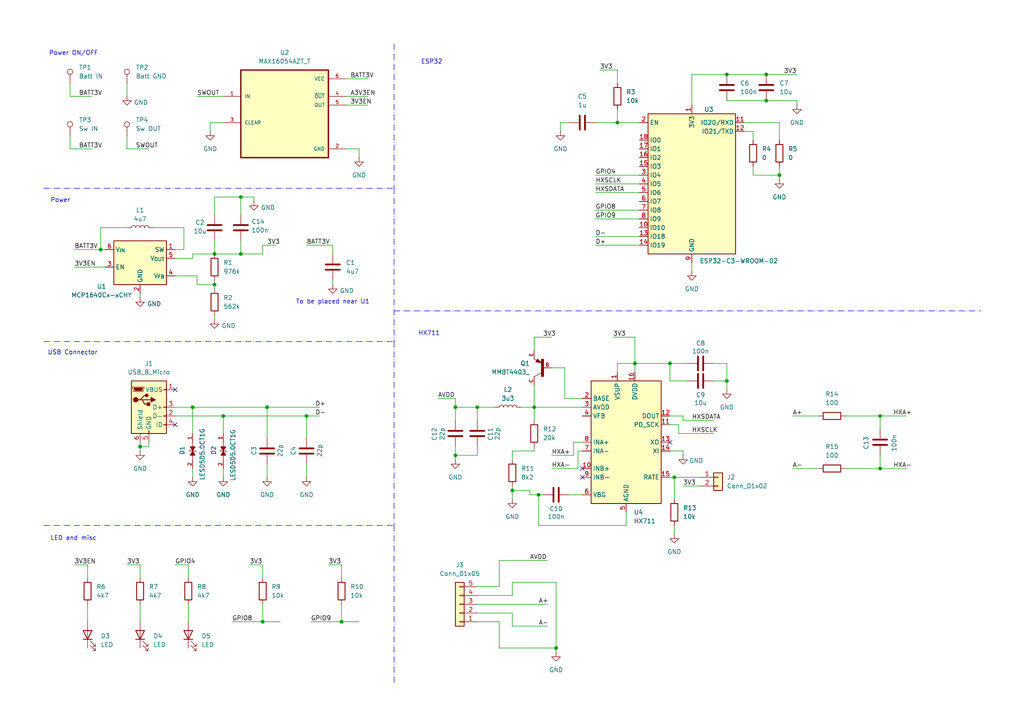
<source format=kicad_sch>
(kicad_sch (version 20231120) (generator "eeschema") (generator_version "8.0")
  (paper "A4")
  (lib_symbols
    (symbol "Analog_ADC:HX711"
      (property "Reference" "U" (at 5.08 21.59 0))
      (property "Value" "HX711" (at 7.62 19.05 0))
      (symbol "HX711_0_1"
        (rectangle (start -10.16 17.78) (end 10.16 -17.78) (stroke (width 0.254)) (fill (type background)))
      )
      (symbol "HX711_1_1"
        (pin power_in line (at -2.54 20.32 270) (length 2.54) (name "VSUP") (number "1"))
        (pin input line (at -12.7 -7.62 0) (length 2.54) (name "INB+") (number "10"))
        (pin input line (at 12.7 5.08 180) (length 2.54) (name "PD_SCK") (number "11"))
        (pin output line (at 12.7 7.62 180) (length 2.54) (name "DOUT") (number "12"))
        (pin passive line (at 12.7 0 180) (length 2.54) (name "XO") (number "13"))
        (pin passive line (at 12.7 -2.54 180) (length 2.54) (name "XI") (number "14"))
        (pin input line (at 12.7 -10.16 180) (length 2.54) (name "RATE") (number "15"))
        (pin power_in line (at 2.54 20.32 270) (length 2.54) (name "DVDD") (number "16"))
        (pin passive line (at -12.7 12.7 0) (length 2.54) (name "BASE") (number "2"))
        (pin power_in line (at -12.7 10.16 0) (length 2.54) (name "AVDD") (number "3"))
        (pin input line (at -12.7 7.62 0) (length 2.54) (name "VFB") (number "4"))
        (pin power_in line (at 0 -20.32 90) (length 2.54) (name "AGND") (number "5"))
        (pin passive line (at -12.7 -15.24 0) (length 2.54) (name "VBG") (number "6"))
        (pin input line (at -12.7 -2.54 0) (length 2.54) (name "INA-") (number "7"))
        (pin input line (at -12.7 0 0) (length 2.54) (name "INA+") (number "8"))
        (pin input line (at -12.7 -10.16 0) (length 2.54) (name "INB-") (number "9"))
      )
    )
    (symbol "Connector:TestPoint" (pin_numbers hide) (pin_names (offset 0.762) hide)
      (property "Reference" "TP" (at 0 6.858 0))
      (property "Value" "TestPoint" (at 0 5.08 0))
      (symbol "TestPoint_0_1"
        (circle (center 0 3.302) (radius 0.762))
      )
      (symbol "TestPoint_1_1"
        (pin passive line (at 0 0 90) (length 2.54) (name "1") (number "1"))
      )
    )
    (symbol "Connector:USB_B_Micro" (pin_names (offset 1.016))
      (property "Reference" "J" (at -5.08 11.43 0))
      (property "Value" "USB_B_Micro" (at -5.08 8.89 0))
      (symbol "USB_B_Micro_0_1"
        (rectangle (start -5.08 -7.62) (end 5.08 7.62) (stroke (width 0.254)) (fill (type background)))
        (circle (center -3.81 2.159) (radius 0.635) (stroke (width 0.254)) (fill (type outline)))
        (circle (center -0.635 3.429) (radius 0.381) (stroke (width 0.254)) (fill (type outline)))
        (rectangle (start -0.127 -7.62) (end 0.127 -6.858))
        (polyline (pts (xy -1.905 2.159) (xy 0.635 2.159)) (stroke (width 0.254)))
        (polyline (pts (xy -3.175 2.159) (xy -2.54 2.159) (xy -1.27 3.429) (xy -0.635 3.429)) (stroke (width 0.254)))
        (polyline (pts (xy -2.54 2.159) (xy -1.905 2.159) (xy -1.27 0.889) (xy 0 0.889)) (stroke (width 0.254)))
        (polyline (pts (xy 0.635 2.794) (xy 0.635 1.524) (xy 1.905 2.159) (xy 0.635 2.794)) (stroke (width 0.254)) (fill (type outline)))
        (polyline (pts (xy -4.318 5.588) (xy -1.778 5.588) (xy -2.032 4.826) (xy -4.064 4.826) (xy -4.318 5.588)) (fill (type outline)))
        (polyline (pts (xy -4.699 5.842) (xy -4.699 5.588) (xy -4.445 4.826) (xy -4.445 4.572) (xy -1.651 4.572) (xy -1.651 4.826) (xy -1.397 5.588) (xy -1.397 5.842) (xy -4.699 5.842)))
        (rectangle (start 0.254 1.27) (end -0.508 0.508) (stroke (width 0.254)) (fill (type outline)))
        (rectangle (start 5.08 -5.207) (end 4.318 -4.953))
        (rectangle (start 5.08 -2.667) (end 4.318 -2.413))
        (rectangle (start 5.08 -0.127) (end 4.318 0.127))
        (rectangle (start 5.08 4.953) (end 4.318 5.207))
      )
      (symbol "USB_B_Micro_1_1"
        (pin power_out line (at 7.62 5.08 180) (length 2.54) (name "VBUS") (number "1"))
        (pin bidirectional line (at 7.62 -2.54 180) (length 2.54) (name "D-") (number "2"))
        (pin bidirectional line (at 7.62 0 180) (length 2.54) (name "D+") (number "3"))
        (pin passive line (at 7.62 -5.08 180) (length 2.54) (name "ID") (number "4"))
        (pin power_out line (at 0 -10.16 90) (length 2.54) (name "GND") (number "5"))
        (pin passive line (at -2.54 -10.16 90) (length 2.54) (name "Shield") (number "6"))
      )
    )
    (symbol "Connector_Generic:Conn_01x02" (pin_names (offset 1.016) hide)
      (property "Reference" "J" (at 0 2.54 0))
      (property "Value" "Conn_01x02" (at 0 -5.08 0))
      (symbol "Conn_01x02_1_1"
        (rectangle (start -1.27 -2.413) (end 0 -2.667) (stroke (width 0.1524)))
        (rectangle (start -1.27 0.127) (end 0 -0.127) (stroke (width 0.1524)))
        (rectangle (start -1.27 1.27) (end 1.27 -3.81) (stroke (width 0.254)) (fill (type background)))
        (pin passive line (at -5.08 0 0) (length 3.81) (name "Pin_1") (number "1"))
        (pin passive line (at -5.08 -2.54 0) (length 3.81) (name "Pin_2") (number "2"))
      )
    )
    (symbol "Connector_Generic:Conn_01x05" (pin_names (offset 1.016) hide)
      (property "Reference" "J" (at 0 7.62 0))
      (property "Value" "Conn_01x05" (at 0 -7.62 0))
      (symbol "Conn_01x05_1_1"
        (rectangle (start -1.27 -4.953) (end 0 -5.207) (stroke (width 0.1524)))
        (rectangle (start -1.27 -2.413) (end 0 -2.667) (stroke (width 0.1524)))
        (rectangle (start -1.27 0.127) (end 0 -0.127) (stroke (width 0.1524)))
        (rectangle (start -1.27 2.667) (end 0 2.413) (stroke (width 0.1524)))
        (rectangle (start -1.27 5.207) (end 0 4.953) (stroke (width 0.1524)))
        (rectangle (start -1.27 6.35) (end 1.27 -6.35) (stroke (width 0.254)) (fill (type background)))
        (pin passive line (at -5.08 5.08 0) (length 3.81) (name "Pin_1") (number "1"))
        (pin passive line (at -5.08 2.54 0) (length 3.81) (name "Pin_2") (number "2"))
        (pin passive line (at -5.08 0 0) (length 3.81) (name "Pin_3") (number "3"))
        (pin passive line (at -5.08 -2.54 0) (length 3.81) (name "Pin_4") (number "4"))
        (pin passive line (at -5.08 -5.08 0) (length 3.81) (name "Pin_5") (number "5"))
      )
    )
    (symbol "Device:C" (pin_numbers hide) (pin_names (offset 0.254))
      (property "Reference" "C" (at 0.635 2.54 0))
      (property "Value" "C" (at 0.635 -2.54 0))
      (symbol "C_0_1"
        (polyline (pts (xy -2.032 -0.762) (xy 2.032 -0.762)) (stroke (width 0.508)))
        (polyline (pts (xy -2.032 0.762) (xy 2.032 0.762)) (stroke (width 0.508)))
      )
      (symbol "C_1_1"
        (pin passive line (at 0 3.81 270) (length 2.794) (name "~") (number "1"))
        (pin passive line (at 0 -3.81 90) (length 2.794) (name "~") (number "2"))
      )
    )
    (symbol "Device:L" (pin_numbers hide) (pin_names (offset 1.016) hide)
      (property "Reference" "L" (at -1.27 0 90))
      (property "Value" "L" (at 1.905 0 90))
      (symbol "L_0_1"
        (arc (start 0 -2.54) (mid 0.6323 -1.905) (end 0 -1.27))
        (arc (start 0 -1.27) (mid 0.6323 -0.635) (end 0 0))
        (arc (start 0 0) (mid 0.6323 0.635) (end 0 1.27))
        (arc (start 0 1.27) (mid 0.6323 1.905) (end 0 2.54))
      )
      (symbol "L_1_1"
        (pin passive line (at 0 3.81 270) (length 1.27) (name "1") (number "1"))
        (pin passive line (at 0 -3.81 90) (length 1.27) (name "2") (number "2"))
      )
    )
    (symbol "Device:LED" (pin_numbers hide) (pin_names (offset 1.016) hide)
      (property "Reference" "D" (at 0 2.54 0))
      (property "Value" "LED" (at 0 -2.54 0))
      (symbol "LED_0_1"
        (polyline (pts (xy -1.27 -1.27) (xy -1.27 1.27)) (stroke (width 0.254)))
        (polyline (pts (xy -1.27 0) (xy 1.27 0)))
        (polyline (pts (xy 1.27 -1.27) (xy 1.27 1.27) (xy -1.27 0) (xy 1.27 -1.27)) (stroke (width 0.254)))
        (polyline (pts (xy -3.048 -0.762) (xy -4.572 -2.286) (xy -3.81 -2.286) (xy -4.572 -2.286) (xy -4.572 -1.524)))
        (polyline (pts (xy -1.778 -0.762) (xy -3.302 -2.286) (xy -2.54 -2.286) (xy -3.302 -2.286) (xy -3.302 -1.524)))
      )
      (symbol "LED_1_1"
        (pin passive line (at -3.81 0 0) (length 2.54) (name "K") (number "1"))
        (pin passive line (at 3.81 0 180) (length 2.54) (name "A") (number "2"))
      )
    )
    (symbol "Device:R" (pin_numbers hide) (pin_names (offset 0))
      (property "Reference" "R" (at 2.032 0 90))
      (property "Value" "R" (at 0 0 90))
      (symbol "R_0_1"
        (rectangle (start -1.016 -2.54) (end 1.016 2.54) (stroke (width 0.254)))
      )
      (symbol "R_1_1"
        (pin passive line (at 0 3.81 270) (length 1.27) (name "~") (number "1"))
        (pin passive line (at 0 -3.81 90) (length 1.27) (name "~") (number "2"))
      )
    )
    (symbol "LESD5D5.0CT1G:LESD5D5.0CT1G" (pin_names (offset 1.016))
      (property "Reference" "D" (at -5.08 2.54 0))
      (property "Value" "LESD5D5.0CT1G" (at -5.08 -5.08 0))
      (symbol "LESD5D5.0CT1G_0_0"
        (polyline (pts (xy -1.27 0) (xy -2.54 0)) (stroke (width 0.1524)))
        (polyline (pts (xy 0 -0.762) (xy -0.254 -1.016)) (stroke (width 0.1524)))
        (polyline (pts (xy 0 -0.762) (xy 0 0.762)) (stroke (width 0.1524)))
        (polyline (pts (xy 0 0.762) (xy 0.254 1.016)) (stroke (width 0.1524)))
        (polyline (pts (xy 1.27 0) (xy 2.54 0)) (stroke (width 0.1524)))
        (polyline (pts (xy 0 0) (xy -1.27 -0.762) (xy -1.27 0.762) (xy 0 0)) (stroke (width 0.1524)) (fill (type outline)))
        (polyline (pts (xy 0 0) (xy 1.27 0.762) (xy 1.27 -0.762) (xy 0 0)) (stroke (width 0.1524)) (fill (type outline)))
        (pin passive line (at -5.08 0 0) (length 2.54) (name "~") (number "1"))
        (pin passive line (at 5.08 0 180) (length 2.54) (name "~") (number "2"))
      )
    )
    (symbol "MAX16054AZT_T:MAX16054AZT_T" (pin_names (offset 1.016))
      (property "Reference" "U" (at -12.7 13.7 0))
      (property "Value" "MAX16054AZT_T" (at -12.7 -16.7 0))
      (symbol "MAX16054AZT_T_0_0"
        (rectangle (start -12.7 -12.7) (end 12.7 12.7) (stroke (width 0.41)) (fill (type background)))
        (pin input line (at -17.78 5.08 0) (length 5.08) (name "IN") (number "1"))
        (pin power_in line (at 17.78 -10.16 180) (length 5.08) (name "GND") (number "2"))
        (pin bidirectional line (at -17.78 -2.54 0) (length 5.08) (name "CLEAR") (number "3"))
        (pin output line (at 17.78 5.08 180) (length 5.08) (name "~{OUT}") (number "4"))
        (pin output line (at 17.78 2.54 180) (length 5.08) (name "OUT") (number "5"))
        (pin power_in line (at 17.78 10.16 180) (length 5.08) (name "VCC") (number "6"))
      )
    )
    (symbol "MMBT4403_:MMBT4403_" (pin_names (offset 1.016))
      (property "Reference" "Q" (at -10.1673 7.6255 0))
      (property "Value" "MMBT4403_" (at -10.1715 5.0857 0))
      (symbol "MMBT4403__0_0"
        (rectangle (start -0.2545 -2.545) (end 0.508 2.54) (stroke (width 0.1)) (fill (type outline)))
        (polyline (pts (xy 0.516 1.478) (xy 2.086 1.678)) (stroke (width 0.1524)))
        (polyline (pts (xy 0.762 1.651) (xy 1.778 1.778)) (stroke (width 0.254)))
        (polyline (pts (xy 1.143 1.905) (xy 1.524 1.905)) (stroke (width 0.254)))
        (polyline (pts (xy 1.524 2.159) (xy 1.143 1.905)) (stroke (width 0.254)))
        (polyline (pts (xy 1.524 2.413) (xy 0.762 1.651)) (stroke (width 0.254)))
        (polyline (pts (xy 1.578 2.594) (xy 0.516 1.478)) (stroke (width 0.1524)))
        (polyline (pts (xy 1.778 1.778) (xy 1.524 2.159)) (stroke (width 0.254)))
        (polyline (pts (xy 1.905 1.778) (xy 1.524 2.413)) (stroke (width 0.254)))
        (polyline (pts (xy 2.086 1.678) (xy 1.578 2.594)) (stroke (width 0.1524)))
        (polyline (pts (xy 2.54 -2.54) (xy 0.508 -1.524)) (stroke (width 0.1524)))
        (polyline (pts (xy 2.54 2.54) (xy 1.808 2.124)) (stroke (width 0.1524)))
        (pin passive line (at -2.54 0 0) (length 2.54) (name "~") (number "B"))
        (pin passive line (at 2.54 -5.08 90) (length 2.54) (name "~") (number "C"))
        (pin passive line (at 2.54 5.08 270) (length 2.54) (name "~") (number "E"))
      )
    )
    (symbol "RF_Module:ESP32-C3-WROOM-02"
      (property "Reference" "U" (at -12.192 21.336 0))
      (property "Value" "ESP32-C3-WROOM-02" (at 12.192 21.336 0))
      (symbol "ESP32-C3-WROOM-02_1_1"
        (rectangle (start -12.7 20.32) (end 12.7 -20.32) (stroke (width 0.254)) (fill (type background)))
        (pin power_in line (at 0 22.86 270) (length 2.54) (name "3V3") (number "1"))
        (pin bidirectional line (at -15.24 -12.7 0) (length 2.54) (name "IO10") (number "10"))
        (pin bidirectional line (at 15.24 17.78 180) (length 2.54) (name "IO20/RXD") (number "11"))
        (pin bidirectional line (at 15.24 15.24 180) (length 2.54) (name "IO21/TXD") (number "12"))
        (pin bidirectional line (at -15.24 -15.24 0) (length 2.54) (name "IO18") (number "13"))
        (pin bidirectional line (at -15.24 -17.78 0) (length 2.54) (name "IO19") (number "14"))
        (pin bidirectional line (at -15.24 5.08 0) (length 2.54) (name "IO3") (number "15"))
        (pin bidirectional line (at -15.24 7.62 0) (length 2.54) (name "IO2") (number "16"))
        (pin bidirectional line (at -15.24 10.16 0) (length 2.54) (name "IO1") (number "17"))
        (pin bidirectional line (at -15.24 12.7 0) (length 2.54) (name "IO0") (number "18"))
        (pin passive line (at 0 -22.86 90) (length 2.54) hide (name "GND") (number "19"))
        (pin input line (at -15.24 17.78 0) (length 2.54) (name "EN") (number "2"))
        (pin bidirectional line (at -15.24 2.54 0) (length 2.54) (name "IO4") (number "3"))
        (pin bidirectional line (at -15.24 0 0) (length 2.54) (name "IO5") (number "4"))
        (pin bidirectional line (at -15.24 -2.54 0) (length 2.54) (name "IO6") (number "5"))
        (pin bidirectional line (at -15.24 -5.08 0) (length 2.54) (name "IO7") (number "6"))
        (pin bidirectional line (at -15.24 -7.62 0) (length 2.54) (name "IO8") (number "7"))
        (pin bidirectional line (at -15.24 -10.16 0) (length 2.54) (name "IO9") (number "8"))
        (pin power_in line (at 0 -22.86 90) (length 2.54) (name "GND") (number "9"))
      )
    )
    (symbol "Regulator_Switching:MCP1640Cx-xCHY"
      (property "Reference" "U" (at -7.62 8.89 0))
      (property "Value" "MCP1640Cx-xCHY" (at -1.27 8.89 0))
      (symbol "MCP1640Cx-xCHY_0_1"
        (rectangle (start -7.62 7.62) (end 7.62 -5.08) (stroke (width 0.254)) (fill (type background)))
      )
      (symbol "MCP1640Cx-xCHY_1_1"
        (pin input line (at 10.16 5.08 180) (length 2.54) (name "SW") (number "1"))
        (pin power_in line (at 0 -7.62 90) (length 2.54) (name "GND") (number "2"))
        (pin input line (at -10.16 0 0) (length 2.54) (name "EN") (number "3"))
        (pin input line (at 10.16 -2.54 180) (length 2.54) (name "V_{FB}") (number "4"))
        (pin power_out line (at 10.16 2.54 180) (length 2.54) (name "V_{OUT}") (number "5"))
        (pin power_in line (at -10.16 5.08 0) (length 2.54) (name "V_{IN}") (number "6"))
      )
    )
    (symbol "power:GND" (power) (pin_numbers hide) (pin_names (offset 0) hide)
      (property "Value" "GND" (at 0 -3.81 0))
      (symbol "GND_0_1"
        (polyline (pts (xy 0 0) (xy 0 -1.27) (xy 1.27 -1.27) (xy 0 -2.54) (xy -1.27 -1.27) (xy 0 -1.27)))
      )
      (symbol "GND_1_1"
        (pin power_in line (at 0 0 270) (length 0) (name "~") (number "1"))
      )
    )
  )
  (junction (at 156.21 143.51))
  (junction (at 222.25 21.59))
  (junction (at 88.9 120.65))
  (junction (at 64.77 120.65))
  (junction (at 255.27 120.65))
  (junction (at 62.23 73.66))
  (junction (at 255.27 135.89))
  (junction (at 222.25 29.21))
  (junction (at 132.08 118.11))
  (junction (at 184.15 105.41))
  (junction (at 69.85 57.15))
  (junction (at 161.29 187.96))
  (junction (at 195.58 138.43))
  (junction (at 179.07 35.56))
  (junction (at 138.43 118.11))
  (junction (at 69.85 73.66))
  (junction (at 154.94 118.11))
  (junction (at 99.06 180.34))
  (junction (at 40.64 129.54))
  (junction (at 77.47 118.11))
  (junction (at 148.59 142.24))
  (junction (at 210.82 21.59))
  (junction (at 210.82 110.49))
  (junction (at 62.23 82.55))
  (junction (at 55.88 118.11))
  (junction (at 76.2 180.34))
  (junction (at 226.06 50.8))
  (junction (at 194.31 105.41))
  (junction (at 29.21 72.39))
  (junction (at 132.08 132.08))
  (no_connect (at 50.8 113.03))
  (no_connect (at 168.91 135.89))
  (no_connect (at 168.91 138.43))
  (no_connect (at 50.8 123.19))
  (no_connect (at 194.31 128.27))
  (wire (pts (xy 198.12 120.65) (xy 198.12 121.92)))
  (wire (pts (xy 64.77 135.89) (xy 64.77 138.43)))
  (polyline (pts (xy 12.7 99.06) (xy 114.3 99.06)) (stroke (width 0) (type dash_dot)))
  (wire (pts (xy 57.15 80.01) (xy 57.15 82.55)))
  (wire (pts (xy 20.32 43.18) (xy 26.67 43.18)))
  (wire (pts (xy 165.1 35.56) (xy 162.56 35.56)))
  (wire (pts (xy 148.59 142.24) (xy 148.59 144.78)))
  (wire (pts (xy 64.77 35.56) (xy 60.96 35.56)))
  (wire (pts (xy 96.52 81.28) (xy 96.52 82.55)))
  (wire (pts (xy 60.96 35.56) (xy 60.96 38.1)))
  (wire (pts (xy 218.44 38.1) (xy 218.44 40.64)))
  (wire (pts (xy 36.83 66.04) (xy 29.21 66.04)))
  (wire (pts (xy 57.15 82.55) (xy 62.23 82.55)))
  (wire (pts (xy 50.8 74.93) (xy 55.88 74.93)))
  (wire (pts (xy 200.66 21.59) (xy 210.82 21.59)))
  (wire (pts (xy 229.87 120.65) (xy 237.49 120.65)))
  (wire (pts (xy 100.33 43.18) (xy 104.14 43.18)))
  (wire (pts (xy 95.25 163.83) (xy 99.06 163.83)))
  (wire (pts (xy 166.37 128.27) (xy 166.37 132.08)))
  (wire (pts (xy 195.58 138.43) (xy 195.58 144.78)))
  (wire (pts (xy 62.23 62.23) (xy 62.23 57.15)))
  (wire (pts (xy 62.23 82.55) (xy 62.23 83.82)))
  (wire (pts (xy 179.07 24.13) (xy 179.07 20.32)))
  (wire (pts (xy 226.06 48.26) (xy 226.06 50.8)))
  (wire (pts (xy 148.59 172.72) (xy 148.59 168.91)))
  (wire (pts (xy 160.02 132.08) (xy 166.37 132.08)))
  (wire (pts (xy 55.88 118.11) (xy 55.88 125.73)))
  (wire (pts (xy 69.85 57.15) (xy 73.66 57.15)))
  (wire (pts (xy 194.31 110.49) (xy 194.31 105.41)))
  (wire (pts (xy 222.25 21.59) (xy 231.14 21.59)))
  (polyline (pts (xy 114.3 152.4) (xy 114.3 198.12)) (stroke (width 0) (type dash_dot)))
  (wire (pts (xy 76.2 71.12) (xy 80.01 71.12)))
  (wire (pts (xy 50.8 118.11) (xy 55.88 118.11)))
  (wire (pts (xy 62.23 73.66) (xy 69.85 73.66)))
  (polyline (pts (xy 114.3 12.7) (xy 114.3 54.61)) (stroke (width 0) (type dash_dot)))
  (wire (pts (xy 104.14 43.18) (xy 104.14 45.72)))
  (wire (pts (xy 194.31 105.41) (xy 199.39 105.41)))
  (wire (pts (xy 148.59 140.97) (xy 148.59 142.24)))
  (wire (pts (xy 207.01 105.41) (xy 210.82 105.41)))
  (wire (pts (xy 99.06 175.26) (xy 99.06 180.34)))
  (wire (pts (xy 181.61 152.4) (xy 156.21 152.4)))
  (wire (pts (xy 196.85 125.73) (xy 207.01 125.73)))
  (wire (pts (xy 21.59 163.83) (xy 25.4 163.83)))
  (wire (pts (xy 25.4 175.26) (xy 25.4 180.34)))
  (wire (pts (xy 245.11 120.65) (xy 255.27 120.65)))
  (wire (pts (xy 161.29 187.96) (xy 161.29 189.23)))
  (wire (pts (xy 173.99 20.32) (xy 179.07 20.32)))
  (wire (pts (xy 54.61 167.64) (xy 54.61 163.83)))
  (wire (pts (xy 196.85 123.19) (xy 196.85 125.73)))
  (wire (pts (xy 218.44 50.8) (xy 226.06 50.8)))
  (wire (pts (xy 154.94 101.6) (xy 154.94 97.79)))
  (wire (pts (xy 184.15 105.41) (xy 184.15 97.79)))
  (wire (pts (xy 40.64 85.09) (xy 40.64 86.36)))
  (wire (pts (xy 162.56 35.56) (xy 162.56 38.1)))
  (polyline (pts (xy 114.3 90.17) (xy 284.48 90.17)) (stroke (width 0) (type dash_dot)))
  (wire (pts (xy 172.72 60.96) (xy 185.42 60.96)))
  (wire (pts (xy 77.47 134.62) (xy 77.47 138.43)))
  (wire (pts (xy 90.17 180.34) (xy 99.06 180.34)))
  (wire (pts (xy 148.59 168.91) (xy 161.29 168.91)))
  (wire (pts (xy 156.21 143.51) (xy 153.67 143.51)))
  (wire (pts (xy 43.18 128.27) (xy 43.18 129.54)))
  (wire (pts (xy 69.85 69.85) (xy 69.85 73.66)))
  (wire (pts (xy 184.15 105.41) (xy 194.31 105.41)))
  (wire (pts (xy 195.58 152.4) (xy 195.58 154.94)))
  (wire (pts (xy 198.12 121.92) (xy 207.01 121.92)))
  (wire (pts (xy 199.39 110.49) (xy 194.31 110.49)))
  (wire (pts (xy 40.64 128.27) (xy 40.64 129.54)))
  (wire (pts (xy 179.07 35.56) (xy 185.42 35.56)))
  (wire (pts (xy 100.33 22.86) (xy 106.68 22.86)))
  (wire (pts (xy 181.61 148.59) (xy 181.61 152.4)))
  (wire (pts (xy 177.8 97.79) (xy 184.15 97.79)))
  (wire (pts (xy 76.2 167.64) (xy 76.2 163.83)))
  (wire (pts (xy 148.59 130.81) (xy 148.59 133.35)))
  (wire (pts (xy 50.8 163.83) (xy 54.61 163.83)))
  (wire (pts (xy 43.18 129.54) (xy 40.64 129.54)))
  (wire (pts (xy 50.8 120.65) (xy 64.77 120.65)))
  (wire (pts (xy 210.82 105.41) (xy 210.82 110.49)))
  (wire (pts (xy 138.43 170.18) (xy 144.78 170.18)))
  (wire (pts (xy 154.94 130.81) (xy 148.59 130.81)))
  (wire (pts (xy 21.59 77.47) (xy 30.48 77.47)))
  (wire (pts (xy 194.31 120.65) (xy 198.12 120.65)))
  (wire (pts (xy 144.78 170.18) (xy 144.78 162.56)))
  (wire (pts (xy 184.15 105.41) (xy 184.15 107.95)))
  (wire (pts (xy 67.31 180.34) (xy 76.2 180.34)))
  (wire (pts (xy 144.78 180.34) (xy 144.78 187.96)))
  (wire (pts (xy 255.27 120.65) (xy 262.89 120.65)))
  (wire (pts (xy 194.31 138.43) (xy 195.58 138.43)))
  (wire (pts (xy 20.32 24.13) (xy 20.32 27.94)))
  (wire (pts (xy 100.33 27.94) (xy 106.68 27.94)))
  (wire (pts (xy 55.88 135.89) (xy 55.88 138.43)))
  (wire (pts (xy 172.72 50.8) (xy 185.42 50.8)))
  (wire (pts (xy 194.31 123.19) (xy 196.85 123.19)))
  (wire (pts (xy 127 115.57) (xy 132.08 115.57)))
  (wire (pts (xy 88.9 120.65) (xy 92.71 120.65)))
  (wire (pts (xy 143.51 118.11) (xy 138.43 118.11)))
  (wire (pts (xy 179.07 107.95) (xy 179.07 105.41)))
  (wire (pts (xy 255.27 120.65) (xy 255.27 124.46)))
  (wire (pts (xy 132.08 132.08) (xy 132.08 133.35)))
  (wire (pts (xy 40.64 175.26) (xy 40.64 180.34)))
  (wire (pts (xy 168.91 130.81) (xy 167.64 130.81)))
  (wire (pts (xy 144.78 187.96) (xy 161.29 187.96)))
  (wire (pts (xy 168.91 128.27) (xy 166.37 128.27)))
  (wire (pts (xy 226.06 35.56) (xy 226.06 40.64)))
  (wire (pts (xy 25.4 167.64) (xy 25.4 163.83)))
  (wire (pts (xy 29.21 72.39) (xy 30.48 72.39)))
  (wire (pts (xy 172.72 68.58) (xy 185.42 68.58)))
  (wire (pts (xy 132.08 118.11) (xy 132.08 115.57)))
  (wire (pts (xy 100.33 30.48) (xy 106.68 30.48)))
  (wire (pts (xy 77.47 118.11) (xy 77.47 127)))
  (wire (pts (xy 44.45 66.04) (xy 53.34 66.04)))
  (wire (pts (xy 96.52 73.66) (xy 96.52 71.12)))
  (wire (pts (xy 138.43 132.08) (xy 132.08 132.08)))
  (polyline (pts (xy 12.7 152.4) (xy 114.3 152.4)) (stroke (width 0) (type dash_dot)))
  (wire (pts (xy 207.01 110.49) (xy 210.82 110.49)))
  (wire (pts (xy 218.44 48.26) (xy 218.44 50.8)))
  (wire (pts (xy 198.12 140.97) (xy 203.2 140.97)))
  (wire (pts (xy 76.2 73.66) (xy 76.2 71.12)))
  (wire (pts (xy 69.85 73.66) (xy 76.2 73.66)))
  (wire (pts (xy 165.1 143.51) (xy 168.91 143.51)))
  (wire (pts (xy 200.66 30.48) (xy 200.66 21.59)))
  (wire (pts (xy 55.88 118.11) (xy 77.47 118.11)))
  (wire (pts (xy 36.83 39.37) (xy 36.83 43.18)))
  (wire (pts (xy 198.12 130.81) (xy 198.12 132.08)))
  (wire (pts (xy 157.48 143.51) (xy 156.21 143.51)))
  (wire (pts (xy 245.11 135.89) (xy 255.27 135.89)))
  (wire (pts (xy 179.07 31.75) (xy 179.07 35.56)))
  (wire (pts (xy 54.61 175.26) (xy 54.61 180.34)))
  (wire (pts (xy 36.83 163.83) (xy 40.64 163.83)))
  (wire (pts (xy 72.39 163.83) (xy 76.2 163.83)))
  (wire (pts (xy 154.94 129.54) (xy 154.94 130.81)))
  (polyline (pts (xy 114.3 99.06) (xy 114.3 152.4)) (stroke (width 0) (type dash_dot)))
  (wire (pts (xy 99.06 180.34) (xy 104.14 180.34)))
  (wire (pts (xy 148.59 181.61) (xy 158.75 181.61)))
  (wire (pts (xy 161.29 168.91) (xy 161.29 187.96)))
  (wire (pts (xy 138.43 172.72) (xy 148.59 172.72)))
  (wire (pts (xy 138.43 129.54) (xy 138.43 132.08)))
  (wire (pts (xy 160.02 135.89) (xy 167.64 135.89)))
  (wire (pts (xy 69.85 62.23) (xy 69.85 57.15)))
  (wire (pts (xy 255.27 135.89) (xy 262.89 135.89)))
  (wire (pts (xy 40.64 129.54) (xy 40.64 130.81)))
  (wire (pts (xy 172.72 63.5) (xy 185.42 63.5)))
  (wire (pts (xy 255.27 132.08) (xy 255.27 135.89)))
  (wire (pts (xy 215.9 38.1) (xy 218.44 38.1)))
  (wire (pts (xy 36.83 43.18) (xy 43.18 43.18)))
  (wire (pts (xy 64.77 120.65) (xy 64.77 125.73)))
  (wire (pts (xy 132.08 118.11) (xy 132.08 121.92)))
  (wire (pts (xy 156.21 152.4) (xy 156.21 143.51)))
  (wire (pts (xy 20.32 39.37) (xy 20.32 43.18)))
  (wire (pts (xy 88.9 134.62) (xy 88.9 138.43)))
  (wire (pts (xy 138.43 118.11) (xy 132.08 118.11)))
  (wire (pts (xy 154.94 97.79) (xy 160.02 97.79)))
  (wire (pts (xy 53.34 72.39) (xy 50.8 72.39)))
  (wire (pts (xy 57.15 27.94) (xy 64.77 27.94)))
  (wire (pts (xy 172.72 55.88) (xy 185.42 55.88)))
  (wire (pts (xy 231.14 29.21) (xy 231.14 30.48)))
  (wire (pts (xy 62.23 69.85) (xy 62.23 73.66)))
  (wire (pts (xy 64.77 120.65) (xy 88.9 120.65)))
  (wire (pts (xy 77.47 118.11) (xy 92.71 118.11)))
  (wire (pts (xy 132.08 129.54) (xy 132.08 132.08)))
  (wire (pts (xy 154.94 111.76) (xy 154.94 118.11)))
  (wire (pts (xy 163.83 106.68) (xy 160.02 106.68)))
  (wire (pts (xy 55.88 73.66) (xy 62.23 73.66)))
  (wire (pts (xy 195.58 138.43) (xy 203.2 138.43)))
  (wire (pts (xy 222.25 29.21) (xy 231.14 29.21)))
  (wire (pts (xy 21.59 72.39) (xy 29.21 72.39)))
  (wire (pts (xy 154.94 118.11) (xy 151.13 118.11)))
  (wire (pts (xy 215.9 35.56) (xy 226.06 35.56)))
  (wire (pts (xy 148.59 177.8) (xy 148.59 181.61)))
  (wire (pts (xy 138.43 175.26) (xy 158.75 175.26)))
  (wire (pts (xy 88.9 120.65) (xy 88.9 127)))
  (wire (pts (xy 153.67 142.24) (xy 148.59 142.24)))
  (wire (pts (xy 29.21 66.04) (xy 29.21 72.39)))
  (wire (pts (xy 226.06 50.8) (xy 226.06 52.07)))
  (wire (pts (xy 99.06 167.64) (xy 99.06 163.83)))
  (wire (pts (xy 172.72 35.56) (xy 179.07 35.56)))
  (wire (pts (xy 138.43 118.11) (xy 138.43 121.92)))
  (wire (pts (xy 53.34 66.04) (xy 53.34 72.39)))
  (wire (pts (xy 179.07 105.41) (xy 184.15 105.41)))
  (wire (pts (xy 138.43 180.34) (xy 144.78 180.34)))
  (wire (pts (xy 62.23 81.28) (xy 62.23 82.55)))
  (wire (pts (xy 40.64 167.64) (xy 40.64 163.83)))
  (wire (pts (xy 194.31 130.81) (xy 198.12 130.81)))
  (wire (pts (xy 167.64 130.81) (xy 167.64 135.89)))
  (wire (pts (xy 210.82 29.21) (xy 222.25 29.21)))
  (wire (pts (xy 76.2 180.34) (xy 81.28 180.34)))
  (wire (pts (xy 88.9 71.12) (xy 96.52 71.12)))
  (wire (pts (xy 50.8 80.01) (xy 57.15 80.01)))
  (wire (pts (xy 144.78 162.56) (xy 158.75 162.56)))
  (wire (pts (xy 76.2 175.26) (xy 76.2 180.34)))
  (wire (pts (xy 210.82 21.59) (xy 222.25 21.59)))
  (wire (pts (xy 172.72 71.12) (xy 185.42 71.12)))
  (wire (pts (xy 62.23 57.15) (xy 69.85 57.15)))
  (polyline (pts (xy 114.3 54.61) (xy 114.3 99.06)) (stroke (width 0) (type dash_dot)))
  (wire (pts (xy 138.43 177.8) (xy 148.59 177.8)))
  (wire (pts (xy 62.23 91.44) (xy 62.23 92.71)))
  (wire (pts (xy 153.67 143.51) (xy 153.67 142.24)))
  (wire (pts (xy 210.82 110.49) (xy 210.82 113.03)))
  (wire (pts (xy 200.66 76.2) (xy 200.66 78.74)))
  (polyline (pts (xy 12.7 54.61) (xy 114.3 54.61)) (stroke (width 0) (type dash_dot)))
  (wire (pts (xy 36.83 24.13) (xy 36.83 27.94)))
  (wire (pts (xy 20.32 27.94) (xy 26.67 27.94)))
  (wire (pts (xy 229.87 135.89) (xy 237.49 135.89)))
  (wire (pts (xy 55.88 74.93) (xy 55.88 73.66)))
  (wire (pts (xy 73.66 57.15) (xy 73.66 58.42)))
  (wire (pts (xy 168.91 115.57) (xy 163.83 115.57)))
  (wire (pts (xy 172.72 53.34) (xy 185.42 53.34)))
  (wire (pts (xy 154.94 118.11) (xy 168.91 118.11)))
  (wire (pts (xy 163.83 115.57) (xy 163.83 106.68)))
  (wire (pts (xy 154.94 118.11) (xy 154.94 121.92)))
  (text "LED and misc" (at 21.336 156.21 0) (effects (font (size 1.27 1.27))))
  (text "USB Connector" (at 21.082 102.362 0) (effects (font (size 1.27 1.27))))
  (text "ESP32" (at 125.222 18.034 0) (effects (font (size 1.27 1.27))))
  (text "Power" (at 17.526 58.166 0) (effects (font (size 1.27 1.27))))
  (text "Power ON/OFF" (at 21.336 15.494 0) (effects (font (size 1.27 1.27))))
  (text "HX711" (at 124.46 96.774 0) (effects (font (size 1.27 1.27))))
  (text "To be placed near U1" (at 96.52 87.63 0) (effects (font (size 1.27 1.27))))
  (label "3V3" (at 173.99 20.32 0))
  (label "GPIO9" (at 90.17 180.34 0))
  (label "GPIO4" (at 172.72 50.8 0))
  (label "D+" (at 172.72 71.12 0))
  (label "HXSCLK" (at 200.66 125.73 0))
  (label "3V3EN" (at 101.6 30.48 0))
  (label "D-" (at 172.72 68.58 0))
  (label "HXA+" (at 259.08 120.65 0))
  (label "A+" (at 229.87 120.65 0))
  (label "HXA+" (at 160.02 132.08 0))
  (label "3V3" (at 95.25 163.83 0))
  (label "3V3" (at 227.33 21.59 0))
  (label "A3V3EN" (at 101.6 27.94 0))
  (label "HXSDATA" (at 200.66 121.92 0))
  (label "GPIO9" (at 172.72 63.5 0))
  (label "3V3" (at 72.39 163.83 0))
  (label "SWOUT" (at 39.37 43.18 0))
  (label "HXA-" (at 259.08 135.89 0))
  (label "3V3EN" (at 21.59 163.83 0))
  (label "3V3EN" (at 21.59 77.47 0))
  (label "BATT3V" (at 88.9 71.12 0))
  (label "D+" (at 91.44 118.11 0))
  (label "3V3" (at 36.83 163.83 0))
  (label "GPIO8" (at 67.31 180.34 0))
  (label "BATT3V" (at 22.86 43.18 0))
  (label "D-" (at 91.44 120.65 0))
  (label "A-" (at 229.87 135.89 0))
  (label "3V3" (at 198.12 140.97 0))
  (label "HXA-" (at 160.02 135.89 0))
  (label "A-" (at 156.21 181.61 0))
  (label "BATT3V" (at 101.6 22.86 0))
  (label "HXSCLK" (at 172.72 53.34 0))
  (label "AVDD" (at 127 115.57 0))
  (label "HXSDATA" (at 172.72 55.88 0))
  (label "A+" (at 156.21 175.26 0))
  (label "GPIO4" (at 50.8 163.83 0))
  (label "BATT3V" (at 22.86 27.94 0))
  (label "3V3" (at 177.8 97.79 0))
  (label "GPIO8" (at 172.72 60.96 0))
  (label "BATT3V" (at 21.59 72.39 0))
  (label "3V3" (at 157.48 97.79 0))
  (label "3V3" (at 77.47 71.12 0))
  (label "SWOUT" (at 57.15 27.94 0))
  (label "AVDD" (at 153.67 162.56 0))
  (symbol (lib_id "Connector:TestPoint") (at 20.32 39.37 0) (unit 1)
    (property "Reference" "TP3" (at 22.86 34.7979 0) (effects (justify left)))
    (property "Value" "Sw IN" (at 22.86 37.3379 0) (effects (justify left)))
    (property "Description" "test point" (effects (hide yes)))
  )
  (symbol (lib_id "power:GND") (at 198.12 132.08 0) (unit 1)
    (property "Reference" "#PWR021" (effects (hide yes)))
    (property "Value" "GND" (at 201.93 133.604 0))
    (property "Description" "Power symbol creates a global label with name \"GND\" , ground" (effects (hide yes)))
  )
  (symbol (lib_id "Device:LED") (at 40.64 184.15 90) (unit 1)
    (property "Reference" "D4" (at 44.45 184.4674 90) (effects (justify right)))
    (property "Value" "LED" (at 44.45 187.0074 90) (effects (justify right)))
    (property "Description" "Light emitting diode" (effects (hide yes)))
  )
  (symbol (lib_id "Device:R") (at 25.4 171.45 0) (unit 1)
    (property "Reference" "R6" (at 27.94 170.1799 0) (effects (justify left)))
    (property "Value" "4k7" (at 27.94 172.7199 0) (effects (justify left)))
    (property "Description" "Resistor" (effects (hide yes)))
  )
  (symbol (lib_id "LESD5D5.0CT1G:LESD5D5.0CT1G") (at 55.88 130.81 270) (unit 1)
    (property "Reference" "D1" (at 52.832 129.286 0) (effects (justify left)))
    (property "Value" "LESD5D5.0CT1G" (at 58.674 124.206 0) (effects (justify left)))
    (property "Footprint" "LESD5D5.0CT1G:TVS_LESD5D5.0CT1G" (effects (hide yes)))
    (property "MF" "Leshan Radio Co." (effects (hide yes)))
    (property "MAXIMUM_PACKAGE_HEIGHT" "0.7 mm" (effects (hide yes)))
    (property "Package" "None" (effects (hide yes)))
    (property "Price" "None" (effects (hide yes)))
    (property "Check_prices" "https://www.snapeda.com/parts/LESD5D5.0CT1G/Leshan+Radio+Co./view-part/?ref=eda" (effects (hide yes)))
    (property "STANDARD" "Manufacturer Recommendations" (effects (hide yes)))
    (property "PARTREV" "O" (effects (hide yes)))
    (property "SnapEDA_Link" "https://www.snapeda.com/parts/LESD5D5.0CT1G/Leshan+Radio+Co./view-part/?ref=snap" (effects (hide yes)))
    (property "MP" "LESD5D5.0CT1G" (effects (hide yes)))
    (property "Description_1" "\n                        \n                            Transient Voltage Suppressors for ESD Protection\n                        \n" (effects (hide yes)))
    (property "Availability" "In Stock" (effects (hide yes)))
    (property "MANUFACTURER" "LRC" (effects (hide yes)))
  )
  (symbol (lib_id "Device:R") (at 154.94 125.73 0) (unit 1)
    (property "Reference" "R12" (at 157.48 124.4599 0) (effects (justify left)))
    (property "Value" "20k" (at 157.48 126.9999 0) (effects (justify left)))
    (property "Description" "Resistor" (effects (hide yes)))
  )
  (symbol (lib_id "power:GND") (at 104.14 45.72 0) (unit 1)
    (property "Reference" "#PWR07" (effects (hide yes)))
    (property "Value" "GND" (at 104.14 50.8 0))
    (property "Description" "Power symbol creates a global label with name \"GND\" , ground" (effects (hide yes)))
  )
  (symbol (lib_id "power:GND") (at 62.23 92.71 0) (unit 1)
    (property "Reference" "#PWR03" (effects (hide yes)))
    (property "Value" "GND" (at 66.294 94.488 0))
    (property "Description" "Power symbol creates a global label with name \"GND\" , ground" (effects (hide yes)))
  )
  (symbol (lib_id "power:GND") (at 96.52 82.55 0) (unit 1)
    (property "Reference" "#PWR04" (effects (hide yes)))
    (property "Value" "GND" (at 100.584 84.328 0))
    (property "Description" "Power symbol creates a global label with name \"GND\" , ground" (effects (hide yes)))
  )
  (symbol (lib_id "power:GND") (at 161.29 189.23 0) (unit 1)
    (property "Reference" "#PWR022" (effects (hide yes)))
    (property "Value" "GND" (at 161.29 194.31 0))
    (property "Description" "Power symbol creates a global label with name \"GND\" , ground" (effects (hide yes)))
  )
  (symbol (lib_id "MAX16054AZT_T:MAX16054AZT_T") (at 82.55 33.02 0) (unit 1)
    (property "Reference" "U2" (at 82.55 15.24 0))
    (property "Value" "MAX16054AZT_T" (at 82.55 17.78 0))
    (property "Footprint" "MAX16054AZT_T:SOT95P275X110-6N" (effects (hide yes)))
    (property "MF" "Analog Devices" (effects (hide yes)))
    (property "Description_1" "\n                        \n                            On/Off Controller with Debounce and ±15kV ESD Protection\n                        \n" (effects (hide yes)))
    (property "Package" "SOT-23-6 Maxim" (effects (hide yes)))
    (property "Price" "None" (effects (hide yes)))
    (property "SnapEDA_Link" "https://www.snapeda.com/parts/MAX16054AZT+T/Analog+Devices/view-part/?ref=snap" (effects (hide yes)))
    (property "MP" "MAX16054AZT+T" (effects (hide yes)))
    (property "Availability" "In Stock" (effects (hide yes)))
    (property "Check_prices" "https://www.snapeda.com/parts/MAX16054AZT+T/Analog+Devices/view-part/?ref=eda" (effects (hide yes)))
  )
  (symbol (lib_id "power:GND") (at 40.64 86.36 0) (unit 1)
    (property "Reference" "#PWR02" (effects (hide yes)))
    (property "Value" "GND" (at 44.704 88.138 0))
    (property "Description" "Power symbol creates a global label with name \"GND\" , ground" (effects (hide yes)))
  )
  (symbol (lib_id "power:GND") (at 64.77 138.43 0) (unit 1)
    (property "Reference" "#PWR010" (effects (hide yes)))
    (property "Value" "GND" (at 64.77 143.51 0))
    (property "Description" "Power symbol creates a global label with name \"GND\" , ground" (effects (hide yes)))
  )
  (symbol (lib_id "power:GND") (at 226.06 52.07 0) (unit 1)
    (property "Reference" "#PWR015" (effects (hide yes)))
    (property "Value" "GND" (at 226.06 57.15 0))
    (property "Description" "Power symbol creates a global label with name \"GND\" , ground" (effects (hide yes)))
  )
  (symbol (lib_id "Device:R") (at 99.06 171.45 0) (unit 1)
    (property "Reference" "R10" (at 101.6 170.1799 0) (effects (justify left)))
    (property "Value" "10k" (at 101.6 172.7199 0) (effects (justify left)))
    (property "Description" "Resistor" (effects (hide yes)))
  )
  (symbol (lib_id "power:GND") (at 60.96 38.1 0) (unit 1)
    (property "Reference" "#PWR06" (effects (hide yes)))
    (property "Value" "GND" (at 60.96 43.18 0))
    (property "Description" "Power symbol creates a global label with name \"GND\" , ground" (effects (hide yes)))
  )
  (symbol (lib_id "power:GND") (at 210.82 113.03 0) (unit 1)
    (property "Reference" "#PWR019" (effects (hide yes)))
    (property "Value" "GND" (at 210.82 118.11 0))
    (property "Description" "Power symbol creates a global label with name \"GND\" , ground" (effects (hide yes)))
  )
  (symbol (lib_id "Device:R") (at 226.06 44.45 0) (unit 1)
    (property "Reference" "R5" (at 228.6 43.1799 0) (effects (justify left)))
    (property "Value" "0" (at 228.6 45.7199 0) (effects (justify left)))
    (property "Description" "Resistor" (effects (hide yes)))
  )
  (symbol (lib_id "Device:C") (at 132.08 125.73 180) (unit 1)
    (property "Reference" "C12" (at 125.984 123.952 90) (effects (justify left)))
    (property "Value" "22p" (at 128.27 123.952 90) (effects (justify left)))
    (property "Description" "Unpolarized capacitor" (effects (hide yes)))
  )
  (symbol (lib_id "Device:C") (at 77.47 130.81 0) (unit 1)
    (property "Reference" "C3" (at 73.66 132.08 90) (effects (justify left)))
    (property "Value" "22p" (at 81.28 132.588 90) (effects (justify left)))
    (property "Description" "Unpolarized capacitor" (effects (hide yes)))
  )
  (symbol (lib_id "Device:C") (at 96.52 77.47 0) (unit 1)
    (property "Reference" "C1" (at 100.33 76.1999 0) (effects (justify left)))
    (property "Value" "4u7" (at 100.33 78.7399 0) (effects (justify left)))
    (property "Description" "Unpolarized capacitor" (effects (hide yes)))
  )
  (symbol (lib_id "Device:C") (at 138.43 125.73 180) (unit 1)
    (property "Reference" "C11" (at 142.24 123.952 90) (effects (justify left)))
    (property "Value" "22p" (at 144.272 123.952 90) (effects (justify left)))
    (property "Description" "Unpolarized capacitor" (effects (hide yes)))
  )
  (symbol (lib_id "Device:R") (at 62.23 87.63 0) (unit 1)
    (property "Reference" "R2" (at 64.77 86.3599 0) (effects (justify left)))
    (property "Value" "562k" (at 64.77 88.8999 0) (effects (justify left)))
    (property "Description" "Resistor" (effects (hide yes)))
  )
  (symbol (lib_id "Device:C") (at 168.91 35.56 90) (unit 1)
    (property "Reference" "C5" (at 168.91 27.94 90))
    (property "Value" "1u" (at 168.91 30.48 90))
    (property "Description" "Unpolarized capacitor" (effects (hide yes)))
  )
  (symbol (lib_id "power:GND") (at 88.9 138.43 0) (unit 1)
    (property "Reference" "#PWR012" (effects (hide yes)))
    (property "Value" "GND" (at 88.9 143.51 0))
    (property "Description" "Power symbol creates a global label with name \"GND\" , ground" (effects (hide yes)))
  )
  (symbol (lib_id "power:GND") (at 132.08 133.35 0) (unit 1)
    (property "Reference" "#PWR020" (effects (hide yes)))
    (property "Value" "GND" (at 132.08 138.43 0))
    (property "Description" "Power symbol creates a global label with name \"GND\" , ground" (effects (hide yes)))
  )
  (symbol (lib_id "Device:C") (at 69.85 66.04 0) (unit 1)
    (property "Reference" "C14" (at 72.898 64.262 0) (effects (justify left)))
    (property "Value" "100n" (at 72.898 66.802 0) (effects (justify left)))
    (property "Description" "Unpolarized capacitor" (effects (hide yes)))
  )
  (symbol (lib_id "MMBT4403_:MMBT4403_") (at 157.48 106.68 0) (mirror y) (unit 1)
    (property "Reference" "Q1" (at 153.67 105.3829 0) (effects (justify left)))
    (property "Value" "MMBT4403_" (at 153.67 107.9229 0) (effects (justify left)))
    (property "Footprint" "MMBT4403_:SOT23-BEC" (effects (hide yes)))
    (property "MF" "ON Semiconductor" (effects (hide yes)))
    (property "Description_1" "\n                        \n                            Bipolar (BJT) Transistor PNP 40 V 600 mA 200MHz 150 mW Surface Mount SC-70-3 (SOT323)\n                        \n" (effects (hide yes)))
    (property "Package" "SOT-23-3 ON Semiconductor" (effects (hide yes)))
    (property "Price" "None" (effects (hide yes)))
    (property "SnapEDA_Link" "https://www.snapeda.com/parts/MMBT4403/Onsemi/view-part/?ref=snap" (effects (hide yes)))
    (property "MP" "MMBT4403" (effects (hide yes)))
    (property "Availability" "Not in stock" (effects (hide yes)))
    (property "Check_prices" "https://www.snapeda.com/parts/MMBT4403/Onsemi/view-part/?ref=eda" (effects (hide yes)))
  )
  (symbol (lib_id "Device:R") (at 218.44 44.45 0) (unit 1)
    (property "Reference" "R4" (at 220.98 43.1799 0) (effects (justify left)))
    (property "Value" "0" (at 220.98 45.7199 0) (effects (justify left)))
    (property "Description" "Resistor" (effects (hide yes)))
  )
  (symbol (lib_id "Device:R") (at 40.64 171.45 0) (unit 1)
    (property "Reference" "R7" (at 43.18 170.1799 0) (effects (justify left)))
    (property "Value" "4k7" (at 43.18 172.7199 0) (effects (justify left)))
    (property "Description" "Resistor" (effects (hide yes)))
  )
  (symbol (lib_id "Device:C") (at 255.27 128.27 180) (unit 1)
    (property "Reference" "C13" (at 251.206 126.492 90) (effects (justify left)))
    (property "Value" "100n" (at 259.334 125.984 90) (effects (justify left)))
    (property "Description" "Unpolarized capacitor" (effects (hide yes)))
  )
  (symbol (lib_id "Connector:TestPoint") (at 36.83 39.37 0) (unit 1)
    (property "Reference" "TP4" (at 39.37 34.7979 0) (effects (justify left)))
    (property "Value" "Sw OUT" (at 39.37 37.3379 0) (effects (justify left)))
    (property "Description" "test point" (effects (hide yes)))
  )
  (symbol (lib_id "Connector:TestPoint") (at 20.32 24.13 0) (unit 1)
    (property "Reference" "TP1" (at 22.86 19.5579 0) (effects (justify left)))
    (property "Value" "Batt IN" (at 22.86 22.0979 0) (effects (justify left)))
    (property "Description" "test point" (effects (hide yes)))
  )
  (symbol (lib_id "Device:C") (at 203.2 105.41 90) (unit 1)
    (property "Reference" "C8" (at 203.2 99.568 90))
    (property "Value" "100n" (at 203.2 101.854 90))
    (property "Description" "Unpolarized capacitor" (effects (hide yes)))
  )
  (symbol (lib_id "Device:C") (at 62.23 66.04 0) (unit 1)
    (property "Reference" "C2" (at 56.642 64.516 0) (effects (justify left)))
    (property "Value" "10u" (at 56.134 67.056 0) (effects (justify left)))
    (property "Description" "Unpolarized capacitor" (effects (hide yes)))
  )
  (symbol (lib_id "LESD5D5.0CT1G:LESD5D5.0CT1G") (at 64.77 130.81 270) (unit 1)
    (property "Reference" "D2" (at 61.976 129.286 0) (effects (justify left)))
    (property "Value" "LESD5D5.0CT1G" (at 67.564 124.46 0) (effects (justify left)))
    (property "Footprint" "LESD5D5.0CT1G:TVS_LESD5D5.0CT1G" (effects (hide yes)))
    (property "MF" "Leshan Radio Co." (effects (hide yes)))
    (property "MAXIMUM_PACKAGE_HEIGHT" "0.7 mm" (effects (hide yes)))
    (property "Package" "None" (effects (hide yes)))
    (property "Price" "None" (effects (hide yes)))
    (property "Check_prices" "https://www.snapeda.com/parts/LESD5D5.0CT1G/Leshan+Radio+Co./view-part/?ref=eda" (effects (hide yes)))
    (property "STANDARD" "Manufacturer Recommendations" (effects (hide yes)))
    (property "PARTREV" "O" (effects (hide yes)))
    (property "SnapEDA_Link" "https://www.snapeda.com/parts/LESD5D5.0CT1G/Leshan+Radio+Co./view-part/?ref=snap" (effects (hide yes)))
    (property "MP" "LESD5D5.0CT1G" (effects (hide yes)))
    (property "Description_1" "\n                        \n                            Transient Voltage Suppressors for ESD Protection\n                        \n" (effects (hide yes)))
    (property "Availability" "In Stock" (effects (hide yes)))
    (property "MANUFACTURER" "LRC" (effects (hide yes)))
  )
  (symbol (lib_id "Regulator_Switching:MCP1640Cx-xCHY") (at 40.64 77.47 0) (unit 1)
    (property "Reference" "U1" (at 29.464 83.058 0))
    (property "Value" "MCP1640Cx-xCHY" (at 29.464 85.598 0))
    (property "Footprint" "Package_TO_SOT_SMD:SOT-23-6" (effects (hide yes)))
    (property "Datasheet" "http://ww1.microchip.com/downloads/en/DeviceDoc/20002234D.pdf" (effects (hide yes)))
    (property "Description" "Synchronous Boost Regulator, Adjustable Output 2.0V-5.5V, PWM/PFM Input to Output Bypass, SOT-23" (effects (hide yes)))
  )
  (symbol (lib_id "power:GND") (at 200.66 78.74 0) (unit 1)
    (property "Reference" "#PWR016" (effects (hide yes)))
    (property "Value" "GND" (at 200.66 83.82 0))
    (property "Description" "Power symbol creates a global label with name \"GND\" , ground" (effects (hide yes)))
  )
  (symbol (lib_id "Device:C") (at 210.82 25.4 180) (unit 1)
    (property "Reference" "C6" (at 214.63 24.1299 0) (effects (justify right)))
    (property "Value" "100n" (at 214.63 26.6699 0) (effects (justify right)))
    (property "Description" "Unpolarized capacitor" (effects (hide yes)))
  )
  (symbol (lib_id "Device:C") (at 88.9 130.81 0) (unit 1)
    (property "Reference" "C4" (at 85.09 132.08 90) (effects (justify left)))
    (property "Value" "22p" (at 92.71 132.588 90) (effects (justify left)))
    (property "Description" "Unpolarized capacitor" (effects (hide yes)))
  )
  (symbol (lib_id "Connector_Generic:Conn_01x02") (at 208.28 138.43 0) (unit 1)
    (property "Reference" "J2" (at 210.82 138.4299 0) (effects (justify left)))
    (property "Value" "Conn_01x02" (at 210.82 140.9699 0) (effects (justify left)))
    (property "Description" "Generic connector, single row, 01x02, script generated (kicad-library-utils/schlib/autogen/connector/)" (effects (hide yes)))
  )
  (symbol (lib_id "Device:C") (at 161.29 143.51 90) (unit 1)
    (property "Reference" "C10" (at 161.29 147.574 90))
    (property "Value" "100n" (at 161.29 149.86 90))
    (property "Description" "Unpolarized capacitor" (effects (hide yes)))
  )
  (symbol (lib_id "Device:R") (at 241.3 135.89 90) (unit 1)
    (property "Reference" "R15" (at 241.3 129.54 90))
    (property "Value" "100" (at 241.3 132.08 90))
    (property "Description" "Resistor" (effects (hide yes)))
  )
  (symbol (lib_id "Device:LED") (at 25.4 184.15 90) (unit 1)
    (property "Reference" "D3" (at 29.21 184.4674 90) (effects (justify right)))
    (property "Value" "LED" (at 29.21 187.0074 90) (effects (justify right)))
    (property "Description" "Light emitting diode" (effects (hide yes)))
  )
  (symbol (lib_id "Connector:TestPoint") (at 36.83 24.13 0) (unit 1)
    (property "Reference" "TP2" (at 39.37 19.5579 0) (effects (justify left)))
    (property "Value" "Batt GND" (at 39.37 22.0979 0) (effects (justify left)))
    (property "Description" "test point" (effects (hide yes)))
  )
  (symbol (lib_id "power:GND") (at 77.47 138.43 0) (unit 1)
    (property "Reference" "#PWR011" (effects (hide yes)))
    (property "Value" "GND" (at 77.47 143.51 0))
    (property "Description" "Power symbol creates a global label with name \"GND\" , ground" (effects (hide yes)))
  )
  (symbol (lib_id "Device:R") (at 62.23 77.47 0) (unit 1)
    (property "Reference" "R1" (at 64.77 76.1999 0) (effects (justify left)))
    (property "Value" "976k" (at 64.77 78.7399 0) (effects (justify left)))
    (property "Description" "Resistor" (effects (hide yes)))
  )
  (symbol (lib_id "power:GND") (at 231.14 30.48 0) (unit 1)
    (property "Reference" "#PWR014" (effects (hide yes)))
    (property "Value" "GND" (at 231.14 35.56 0))
    (property "Description" "Power symbol creates a global label with name \"GND\" , ground" (effects (hide yes)))
  )
  (symbol (lib_id "Device:R") (at 76.2 171.45 0) (unit 1)
    (property "Reference" "R9" (at 78.74 170.1799 0) (effects (justify left)))
    (property "Value" "10k" (at 78.74 172.7199 0) (effects (justify left)))
    (property "Description" "Resistor" (effects (hide yes)))
  )
  (symbol (lib_id "Device:LED") (at 54.61 184.15 90) (unit 1)
    (property "Reference" "D5" (at 58.42 184.4674 90) (effects (justify right)))
    (property "Value" "LED" (at 58.42 187.0074 90) (effects (justify right)))
    (property "Description" "Light emitting diode" (effects (hide yes)))
  )
  (symbol (lib_id "Device:L") (at 147.32 118.11 90) (unit 1)
    (property "Reference" "L2" (at 147.32 113.03 90))
    (property "Value" "3u3" (at 147.32 115.57 90))
    (property "Description" "Inductor" (effects (hide yes)))
  )
  (symbol (lib_id "RF_Module:ESP32-C3-WROOM-02") (at 200.66 53.34 0) (unit 1)
    (property "Reference" "U3" (at 204.216 31.75 0) (effects (justify left)))
    (property "Value" "ESP32-C3-WROOM-02" (at 202.946 75.692 0) (effects (justify left)))
    (property "Footprint" "RF_Module:ESP32-C3-WROOM-02" (effects (hide yes)))
    (property "Datasheet" "https://www.espressif.com/sites/default/files/documentation/esp32-c3-wroom-02_datasheet_en.pdf" (effects (hide yes)))
    (property "Description" "802.11 b/g/n Wi­Fi and Bluetooth 5 module, ESP32­C3 SoC, RISC­V microprocessor, On-board antenna" (effects (hide yes)))
  )
  (symbol (lib_id "Device:C") (at 222.25 25.4 180) (unit 1)
    (property "Reference" "C7" (at 226.06 24.1299 0) (effects (justify right)))
    (property "Value" "10u" (at 226.06 26.6699 0) (effects (justify right)))
    (property "Description" "Unpolarized capacitor" (effects (hide yes)))
  )
  (symbol (lib_id "power:GND") (at 73.66 58.42 0) (unit 1)
    (property "Reference" "#PWR05" (effects (hide yes)))
    (property "Value" "GND" (at 77.724 60.198 0))
    (property "Description" "Power symbol creates a global label with name \"GND\" , ground" (effects (hide yes)))
  )
  (symbol (lib_id "Device:R") (at 179.07 27.94 0) (unit 1)
    (property "Reference" "R3" (at 181.61 26.6699 0) (effects (justify left)))
    (property "Value" "10k" (at 181.61 29.2099 0) (effects (justify left)))
    (property "Description" "Resistor" (effects (hide yes)))
  )
  (symbol (lib_id "power:GND") (at 162.56 38.1 0) (unit 1)
    (property "Reference" "#PWR013" (effects (hide yes)))
    (property "Value" "GND" (at 162.56 43.18 0))
    (property "Description" "Power symbol creates a global label with name \"GND\" , ground" (effects (hide yes)))
  )
  (symbol (lib_id "Device:R") (at 195.58 148.59 0) (unit 1)
    (property "Reference" "R13" (at 198.12 147.3199 0) (effects (justify left)))
    (property "Value" "10k" (at 198.12 149.8599 0) (effects (justify left)))
    (property "Description" "Resistor" (effects (hide yes)))
  )
  (symbol (lib_id "power:GND") (at 36.83 27.94 0) (unit 1)
    (property "Reference" "#PWR01" (effects (hide yes)))
    (property "Value" "GND" (at 40.894 29.718 0))
    (property "Description" "Power symbol creates a global label with name \"GND\" , ground" (effects (hide yes)))
  )
  (symbol (lib_id "Device:L") (at 40.64 66.04 90) (unit 1)
    (property "Reference" "L1" (at 40.64 60.96 90))
    (property "Value" "4u7" (at 40.64 63.5 90))
    (property "Description" "Inductor" (effects (hide yes)))
  )
  (symbol (lib_id "Device:R") (at 148.59 137.16 0) (unit 1)
    (property "Reference" "R11" (at 151.13 135.8899 0) (effects (justify left)))
    (property "Value" "8k2" (at 151.13 138.4299 0) (effects (justify left)))
    (property "Description" "Resistor" (effects (hide yes)))
  )
  (symbol (lib_id "power:GND") (at 195.58 154.94 0) (unit 1)
    (property "Reference" "#PWR018" (effects (hide yes)))
    (property "Value" "GND" (at 195.58 160.02 0))
    (property "Description" "Power symbol creates a global label with name \"GND\" , ground" (effects (hide yes)))
  )
  (symbol (lib_id "Connector:USB_B_Micro") (at 43.18 118.11 0) (unit 1)
    (property "Reference" "J1" (at 43.18 105.41 0))
    (property "Value" "USB_B_Micro" (at 43.18 107.95 0))
    (property "Description" "USB Micro Type B connector" (effects (hide yes)))
  )
  (symbol (lib_id "Analog_ADC:HX711") (at 181.61 128.27 0) (unit 1)
    (property "Reference" "U4" (at 183.8041 148.59 0) (effects (justify left)))
    (property "Value" "HX711" (at 183.8041 151.13 0) (effects (justify left)))
    (property "Footprint" "Package_SO:SOP-16_3.9x9.9mm_P1.27mm" (effects (hide yes)))
    (property "Datasheet" "https://web.archive.org/web/20220615044707/https://akizukidenshi.com/download/ds/avia/hx711.pdf" (effects (hide yes)))
    (property "Description" "24-Bit Analog-to-Digital Converter (ADC) for Weight Scales" (effects (hide yes)))
  )
  (symbol (lib_id "power:GND") (at 148.59 144.78 0) (unit 1)
    (property "Reference" "#PWR017" (effects (hide yes)))
    (property "Value" "GND" (at 148.59 149.86 0))
    (property "Description" "Power symbol creates a global label with name \"GND\" , ground" (effects (hide yes)))
  )
  (symbol (lib_id "Device:R") (at 241.3 120.65 90) (unit 1)
    (property "Reference" "R14" (at 241.3 114.3 90))
    (property "Value" "100" (at 241.3 116.84 90))
    (property "Description" "Resistor" (effects (hide yes)))
  )
  (symbol (lib_id "Device:R") (at 54.61 171.45 0) (unit 1)
    (property "Reference" "R8" (at 57.15 170.1799 0) (effects (justify left)))
    (property "Value" "4k7" (at 57.15 172.7199 0) (effects (justify left)))
    (property "Description" "Resistor" (effects (hide yes)))
  )
  (symbol (lib_id "Connector_Generic:Conn_01x05") (at 133.35 175.26 180) (unit 1)
    (property "Reference" "J3" (at 133.35 163.83 0))
    (property "Value" "Conn_01x05" (at 133.35 166.37 0))
    (property "Description" "Generic connector, single row, 01x05, script generated (kicad-library-utils/schlib/autogen/connector/)" (effects (hide yes)))
  )
  (symbol (lib_id "Device:C") (at 203.2 110.49 90) (unit 1)
    (property "Reference" "C9" (at 203.2 114.554 90))
    (property "Value" "10u" (at 203.2 116.84 90))
    (property "Description" "Unpolarized capacitor" (effects (hide yes)))
  )
  (symbol (lib_id "power:GND") (at 55.88 138.43 0) (unit 1)
    (property "Reference" "#PWR09" (effects (hide yes)))
    (property "Value" "GND" (at 55.88 143.51 0))
    (property "Description" "Power symbol creates a global label with name \"GND\" , ground" (effects (hide yes)))
  )
  (symbol (lib_id "power:GND") (at 40.64 130.81 0) (unit 1)
    (property "Reference" "#PWR08" (effects (hide yes)))
    (property "Value" "GND" (at 40.64 135.89 0))
    (property "Description" "Power symbol creates a global label with name \"GND\" , ground" (effects (hide yes)))
  )
)
</source>
